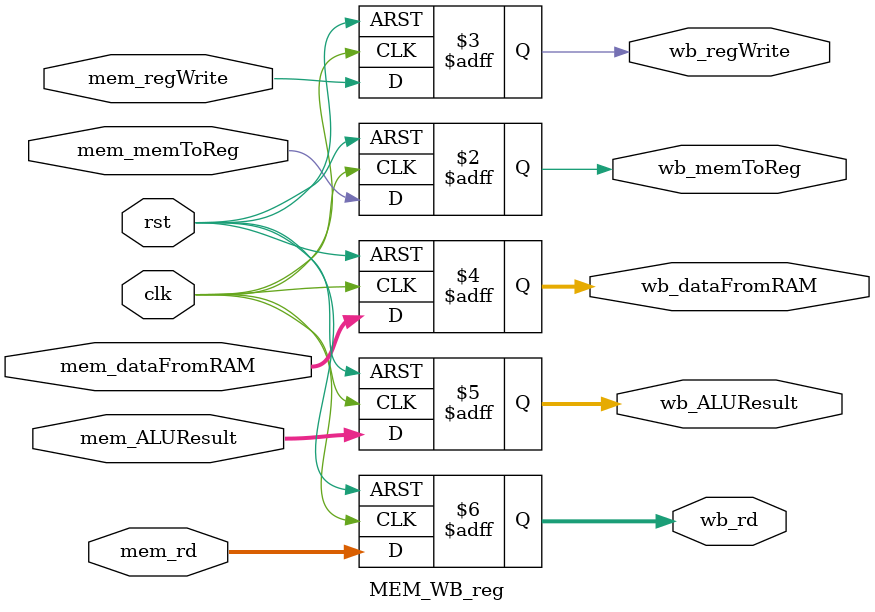
<source format=v>
`timescale 1ns / 1ps

module MEM_WB_reg (
    input clk,
    input rst,

    // Inputs from MEM Stage
    input mem_memToReg,
    input mem_regWrite,
    input [31:0] mem_dataFromRAM,  // readData from RAM
    input [31:0] mem_ALUResult,
    input [4:0] mem_rd,  // Instruction [11:7]

    // Outputs to WB Stage
    output reg wb_memToReg,
    output reg wb_regWrite,
    output reg [31:0] wb_dataFromRAM,
    output reg [31:0] wb_ALUResult,
    output reg [4:0] wb_rd
);

  always @(posedge clk or posedge rst) begin
    if (rst) begin
      wb_memToReg <= 1'b0;
      wb_regWrite <= 1'b0;
      wb_dataFromRAM <= 32'b0;
      wb_ALUResult <= 32'b0;
      wb_rd <= 5'b0;
    end else begin
      wb_memToReg <= mem_memToReg;
      wb_regWrite <= mem_regWrite;
      wb_dataFromRAM <= mem_dataFromRAM;
      wb_ALUResult <= mem_ALUResult;
      wb_rd <= mem_rd;
    end
  end

endmodule

</source>
